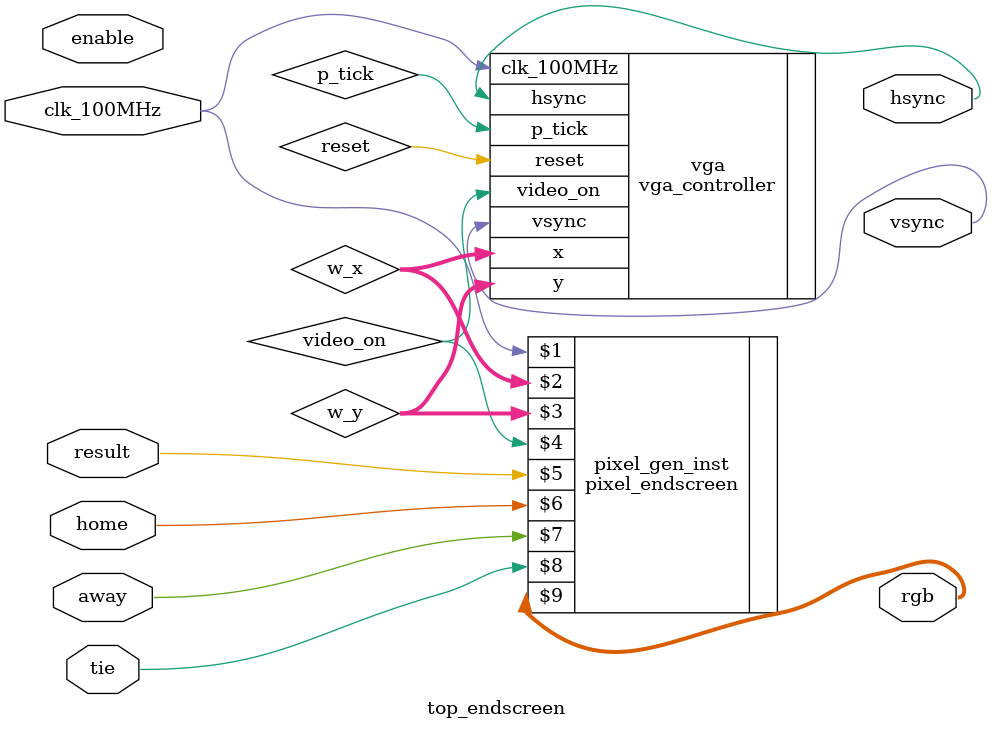
<source format=v>
module top_endscreen(
    input clk_100MHz,
    input enable,
    input result,
    input home,
    input away, 
    input tie,
    output [11:0] rgb, 
    output hsync,
    output vsync
);



wire [9:0] w_x, w_y;
wire video_on, p_tick;


vga_controller vga(
    .clk_100MHz(clk_100MHz),
    .reset(reset),
    .video_on(video_on),
    .hsync(hsync),
    .vsync(vsync),
    .p_tick(p_tick),
    .x(w_x),
    .y(w_y)
    );



pixel_endscreen pixel_gen_inst(clk_100MHz, w_x, w_y, video_on, result, home, away, tie, rgb);


endmodule

</source>
